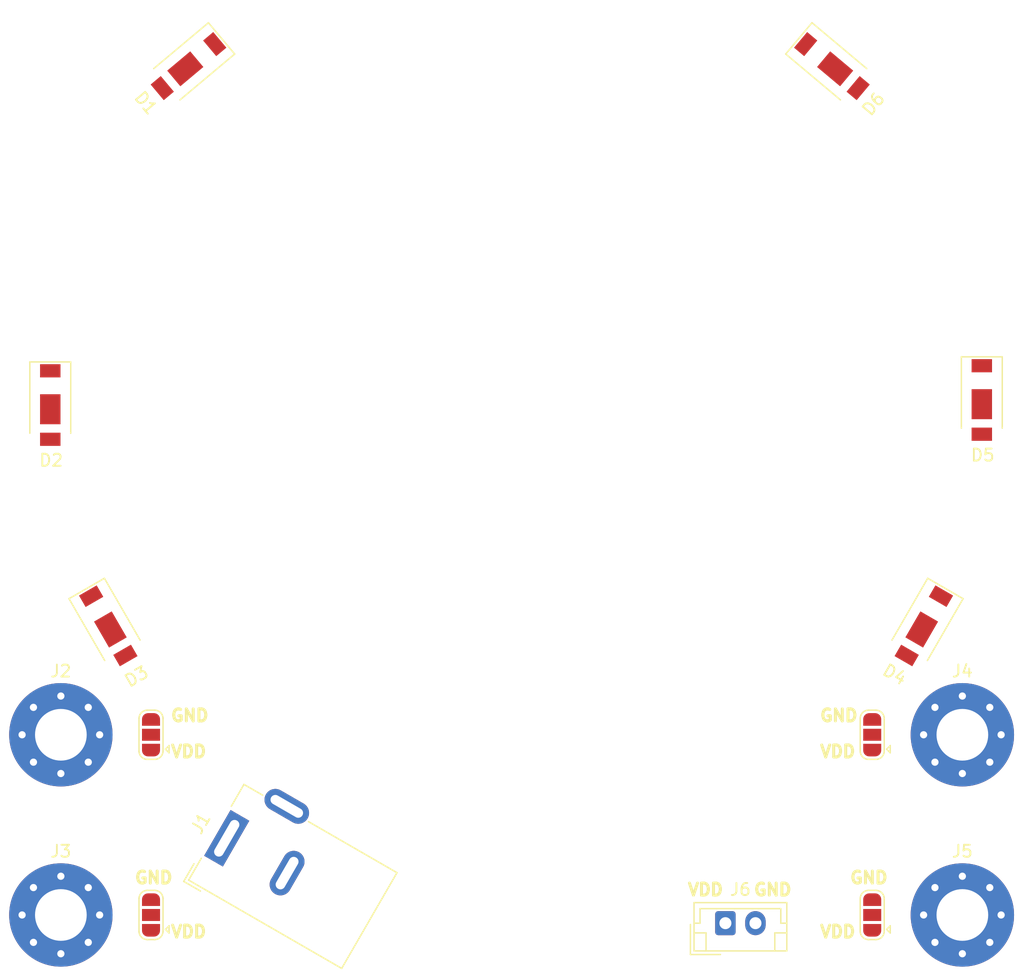
<source format=kicad_pcb>
(kicad_pcb (version 20221018) (generator pcbnew)
  (layers (0 "F.Cu" signal) (31 "B.Cu" signal) (34 "B.Paste" user) (35 "F.Paste" user) (36 "B.SilkS" user "B.Silkscreen") (37 "F.SilkS" user "F.Silkscreen") (38 "B.Mask" user) (39 "F.Mask" user) (44 "Edge.Cuts" user))
  (net 0 "")
  (net 1 "GND")
  (net 2 "VDD")
  (net 3 "Net-(J2-Pin_1)")
  (net 4 "Net-(J3-Pin_1)")
  (net 5 "Net-(J4-Pin_1)")
  (net 6 "Net-(J5-Pin_1)")
  (footprint "MountingHole:MountingHole_4.3mm_M4_Pad_Via" (layer "F.Cu") (at 107.464024 97.518461)
    (fp_text reference "J5" (at 0 -5.3) (layer "F.SilkS"))
    (fp_text value "MountingHole" hide)
    (pad "1" thru_hole circle (at -3.225 0) (size 0.9 0.9) (drill 0.6) (layers "*.Cu" "*.Mask") (net 6 "Net-(J5-Pin_1)"))
    (pad "1" thru_hole circle (at -2.280419 -2.280419) (size 0.9 0.9) (drill 0.6) (layers "*.Cu" "*.Mask") (net 6 "Net-(J5-Pin_1)"))
    (pad "1" thru_hole circle (at -2.280419 2.280419) (size 0.9 0.9) (drill 0.6) (layers "*.Cu" "*.Mask") (net 6 "Net-(J5-Pin_1)"))
    (pad "1" thru_hole circle (at 0 -3.225) (size 0.9 0.9) (drill 0.6) (layers "*.Cu" "*.Mask") (net 6 "Net-(J5-Pin_1)"))
    (pad "1" thru_hole circle (at 0 0) (size 8.6 8.6) (drill 4.3) (layers "*.Cu" "*.Mask") (net 6 "Net-(J5-Pin_1)"))
    (pad "1" thru_hole circle (at 0 3.225) (size 0.9 0.9) (drill 0.6) (layers "*.Cu" "*.Mask") (net 6 "Net-(J5-Pin_1)"))
    (pad "1" thru_hole circle (at 2.280419 -2.280419) (size 0.9 0.9) (drill 0.6) (layers "*.Cu" "*.Mask") (net 6 "Net-(J5-Pin_1)"))
    (pad "1" thru_hole circle (at 2.280419 2.280419) (size 0.9 0.9) (drill 0.6) (layers "*.Cu" "*.Mask") (net 6 "Net-(J5-Pin_1)"))
    (pad "1" thru_hole circle (at 3.225 0) (size 0.9 0.9) (drill 0.6) (layers "*.Cu" "*.Mask") (net 6 "Net-(J5-Pin_1)"))
  )
  (footprint "Jumper:SolderJumper-3_P1.3mm_Open_RoundedPad1.0x1.5mm" (layer "F.Cu") (at 39.964024 82.518461 90)
    (fp_text reference "JP1" hide)
    (fp_text value "M4 Mounting Hole Selector" hide)
    (fp_line (start -2.05 0.3) (end -2.05 -0.3) (stroke (width 0.12)) (layer "F.SilkS"))
    (fp_line (start -1.5 1.5) (end -0.9 1.5) (stroke (width 0.12)) (layer "F.SilkS"))
    (fp_line (start -1.4 -1) (end 1.4 -1) (stroke (width 0.12)) (layer "F.SilkS"))
    (fp_line (start -1.2 1.2) (end -1.5 1.5) (stroke (width 0.12)) (layer "F.SilkS"))
    (fp_line (start -1.2 1.2) (end -0.9 1.5) (stroke (width 0.12)) (layer "F.SilkS"))
    (fp_line (start 1.4 1) (end -1.4 1) (stroke (width 0.12)) (layer "F.SilkS"))
    (fp_line (start 2.05 -0.3) (end 2.05 0.3) (stroke (width 0.12)) (layer "F.SilkS"))
    (fp_arc (start -2.05 -0.3) (mid -1.844975 -0.794975) (end -1.35 -1) (stroke (width 0.12)) (layer "F.SilkS"))
    (fp_arc (start -1.35 1) (mid -1.844975 0.794975) (end -2.05 0.3) (stroke (width 0.12)) (layer "F.SilkS"))
    (fp_arc (start 1.35 -1) (mid 1.844975 -0.794975) (end 2.05 -0.3) (stroke (width 0.12)) (layer "F.SilkS"))
    (fp_arc (start 2.05 0.3) (mid 1.844975 0.794975) (end 1.35 1) (stroke (width 0.12)) (layer "F.SilkS"))
    (pad "1" smd custom (at -1.3 0 90) (size 1 0.5) (layers "F.Cu" "F.Mask") (net 2 "VDD") (options (clearance outline) (anchor rect)) (primitives (gr_circle (center 0 0.25) (end 0.5 0.25) (width 0) (fill yes)) (gr_circle (center 0 -0.25) (end 0.5 -0.25) (width 0) (fill yes)) (gr_poly (pts (xy 0.55 0.75) (xy 0 0.75) (xy 0 -0.75) (xy 0.55 -0.75)) (width 0) (fill yes))))
    (pad "2" smd rect (at 0 0 90) (size 1 1.5) (layers "F.Cu" "F.Mask") (net 3 "Net-(J2-Pin_1)"))
    (pad "3" smd custom (at 1.3 0 90) (size 1 0.5) (layers "F.Cu" "F.Mask") (net 1 "GND") (options (clearance outline) (anchor rect)) (primitives (gr_circle (center 0 0.25) (end 0.5 0.25) (width 0) (fill yes)) (gr_circle (center 0 -0.25) (end 0.5 -0.25) (width 0) (fill yes)) (gr_poly (pts (xy 0 0.75) (xy -0.55 0.75) (xy -0.55 -0.75) (xy 0 -0.75)) (width 0) (fill yes))))
  )
  (footprint "MountingHole:MountingHole_4.3mm_M4_Pad_Via" (layer "F.Cu") (at 32.464024 82.518461)
    (fp_text reference "J2" (at 0 -5.3) (layer "F.SilkS"))
    (fp_text value "MountingHole" hide)
    (pad "1" thru_hole circle (at -3.225 0) (size 0.9 0.9) (drill 0.6) (layers "*.Cu" "*.Mask") (net 3 "Net-(J2-Pin_1)"))
    (pad "1" thru_hole circle (at -2.280419 -2.280419) (size 0.9 0.9) (drill 0.6) (layers "*.Cu" "*.Mask") (net 3 "Net-(J2-Pin_1)"))
    (pad "1" thru_hole circle (at -2.280419 2.280419) (size 0.9 0.9) (drill 0.6) (layers "*.Cu" "*.Mask") (net 3 "Net-(J2-Pin_1)"))
    (pad "1" thru_hole circle (at 0 -3.225) (size 0.9 0.9) (drill 0.6) (layers "*.Cu" "*.Mask") (net 3 "Net-(J2-Pin_1)"))
    (pad "1" thru_hole circle (at 0 0) (size 8.6 8.6) (drill 4.3) (layers "*.Cu" "*.Mask") (net 3 "Net-(J2-Pin_1)"))
    (pad "1" thru_hole circle (at 0 3.225) (size 0.9 0.9) (drill 0.6) (layers "*.Cu" "*.Mask") (net 3 "Net-(J2-Pin_1)"))
    (pad "1" thru_hole circle (at 2.280419 -2.280419) (size 0.9 0.9) (drill 0.6) (layers "*.Cu" "*.Mask") (net 3 "Net-(J2-Pin_1)"))
    (pad "1" thru_hole circle (at 2.280419 2.280419) (size 0.9 0.9) (drill 0.6) (layers "*.Cu" "*.Mask") (net 3 "Net-(J2-Pin_1)"))
    (pad "1" thru_hole circle (at 3.225 0) (size 0.9 0.9) (drill 0.6) (layers "*.Cu" "*.Mask") (net 3 "Net-(J2-Pin_1)"))
  )
  (footprint "LED_SMD:LED_Yuji_5730" (layer "F.Cu") (at 109.082624 54.65 -90)
    (fp_text reference "D5" (at 4.5918 -0.0762 -180) (layer "F.SilkS"))
    (fp_text value "LED")
    (fp_line (start -3.59 -1.7) (end 2.35 -1.7) (stroke (width 0.12)) (layer "F.SilkS"))
    (fp_line (start -3.59 1.7) (end -3.59 -1.7) (stroke (width 0.12)) (layer "F.SilkS"))
    (fp_line (start 2.35 1.7) (end -3.59 1.7) (stroke (width 0.12)) (layer "F.SilkS"))
    (pad "1" smd rect (at -2.85 0 270) (size 1.1 1.7) (layers "F.Cu" "F.Paste" "F.Mask") (net 1 "GND"))
    (pad "2" smd rect (at 0.35 0 270) (size 2.5 1.7) (layers "F.Cu" "F.Paste" "F.Mask") (net 2 "VDD"))
    (pad "2" smd rect (at 2.85 0 270) (size 1.1 1.7) (layers "F.Cu" "F.Paste" "F.Mask") (net 2 "VDD"))
  )
  (footprint "Jumper:SolderJumper-3_P1.3mm_Open_RoundedPad1.0x1.5mm" (layer "F.Cu") (at 99.964024 97.518461 90)
    (fp_text reference "JP4" hide)
    (fp_text value "M4 Mounting Hole Selector" hide)
    (fp_line (start -2.05 0.3) (end -2.05 -0.3) (stroke (width 0.12)) (layer "F.SilkS"))
    (fp_line (start -1.5 1.5) (end -0.9 1.5) (stroke (width 0.12)) (layer "F.SilkS"))
    (fp_line (start -1.4 -1) (end 1.4 -1) (stroke (width 0.12)) (layer "F.SilkS"))
    (fp_line (start -1.2 1.2) (end -1.5 1.5) (stroke (width 0.12)) (layer "F.SilkS"))
    (fp_line (start -1.2 1.2) (end -0.9 1.5) (stroke (width 0.12)) (layer "F.SilkS"))
    (fp_line (start 1.4 1) (end -1.4 1) (stroke (width 0.12)) (layer "F.SilkS"))
    (fp_line (start 2.05 -0.3) (end 2.05 0.3) (stroke (width 0.12)) (layer "F.SilkS"))
    (fp_arc (start -2.05 -0.3) (mid -1.844975 -0.794975) (end -1.35 -1) (stroke (width 0.12)) (layer "F.SilkS"))
    (fp_arc (start -1.35 1) (mid -1.844975 0.794975) (end -2.05 0.3) (stroke (width 0.12)) (layer "F.SilkS"))
    (fp_arc (start 1.35 -1) (mid 1.844975 -0.794975) (end 2.05 -0.3) (stroke (width 0.12)) (layer "F.SilkS"))
    (fp_arc (start 2.05 0.3) (mid 1.844975 0.794975) (end 1.35 1) (stroke (width 0.12)) (layer "F.SilkS"))
    (pad "1" smd custom (at -1.3 0 90) (size 1 0.5) (layers "F.Cu" "F.Mask") (net 2 "VDD") (options (clearance outline) (anchor rect)) (primitives (gr_circle (center 0 0.25) (end 0.5 0.25) (width 0) (fill yes)) (gr_circle (center 0 -0.25) (end 0.5 -0.25) (width 0) (fill yes)) (gr_poly (pts (xy 0.55 0.75) (xy 0 0.75) (xy 0 -0.75) (xy 0.55 -0.75)) (width 0) (fill yes))))
    (pad "2" smd rect (at 0 0 90) (size 1 1.5) (layers "F.Cu" "F.Mask") (net 6 "Net-(J5-Pin_1)"))
    (pad "3" smd custom (at 1.3 0 90) (size 1 0.5) (layers "F.Cu" "F.Mask") (net 1 "GND") (options (clearance outline) (anchor rect)) (primitives (gr_circle (center 0 0.25) (end 0.5 0.25) (width 0) (fill yes)) (gr_circle (center 0 -0.25) (end 0.5 -0.25) (width 0) (fill yes)) (gr_poly (pts (xy 0 0.75) (xy -0.55 0.75) (xy -0.55 -0.75) (xy 0 -0.75)) (width 0) (fill yes))))
  )
  (footprint "Jumper:SolderJumper-3_P1.3mm_Open_RoundedPad1.0x1.5mm" (layer "F.Cu") (at 39.964024 97.518461 90)
    (fp_text reference "JP2" hide)
    (fp_text value "M4 Mounting Hole Selector" hide)
    (fp_line (start -2.05 0.3) (end -2.05 -0.3) (stroke (width 0.12)) (layer "F.SilkS"))
    (fp_line (start -1.5 1.5) (end -0.9 1.5) (stroke (width 0.12)) (layer "F.SilkS"))
    (fp_line (start -1.4 -1) (end 1.4 -1) (stroke (width 0.12)) (layer "F.SilkS"))
    (fp_line (start -1.2 1.2) (end -1.5 1.5) (stroke (width 0.12)) (layer "F.SilkS"))
    (fp_line (start -1.2 1.2) (end -0.9 1.5) (stroke (width 0.12)) (layer "F.SilkS"))
    (fp_line (start 1.4 1) (end -1.4 1) (stroke (width 0.12)) (layer "F.SilkS"))
    (fp_line (start 2.05 -0.3) (end 2.05 0.3) (stroke (width 0.12)) (layer "F.SilkS"))
    (fp_arc (start -2.05 -0.3) (mid -1.844975 -0.794975) (end -1.35 -1) (stroke (width 0.12)) (layer "F.SilkS"))
    (fp_arc (start -1.35 1) (mid -1.844975 0.794975) (end -2.05 0.3) (stroke (width 0.12)) (layer "F.SilkS"))
    (fp_arc (start 1.35 -1) (mid 1.844975 -0.794975) (end 2.05 -0.3) (stroke (width 0.12)) (layer "F.SilkS"))
    (fp_arc (start 2.05 0.3) (mid 1.844975 0.794975) (end 1.35 1) (stroke (width 0.12)) (layer "F.SilkS"))
    (pad "1" smd custom (at -1.3 0 90) (size 1 0.5) (layers "F.Cu" "F.Mask") (net 2 "VDD") (options (clearance outline) (anchor rect)) (primitives (gr_circle (center 0 0.25) (end 0.5 0.25) (width 0) (fill yes)) (gr_circle (center 0 -0.25) (end 0.5 -0.25) (width 0) (fill yes)) (gr_poly (pts (xy 0.55 0.75) (xy 0 0.75) (xy 0 -0.75) (xy 0.55 -0.75)) (width 0) (fill yes))))
    (pad "2" smd rect (at 0 0 90) (size 1 1.5) (layers "F.Cu" "F.Mask") (net 4 "Net-(J3-Pin_1)"))
    (pad "3" smd custom (at 1.3 0 90) (size 1 0.5) (layers "F.Cu" "F.Mask") (net 1 "GND") (options (clearance outline) (anchor rect)) (primitives (gr_circle (center 0 0.25) (end 0.5 0.25) (width 0) (fill yes)) (gr_circle (center 0 -0.25) (end 0.5 -0.25) (width 0) (fill yes)) (gr_poly (pts (xy 0 0.75) (xy -0.55 0.75) (xy -0.55 -0.75) (xy 0 -0.75)) (width 0) (fill yes))))
  )
  (footprint "Jumper:SolderJumper-3_P1.3mm_Open_RoundedPad1.0x1.5mm" (layer "F.Cu") (at 99.964024 82.518461 90)
    (fp_text reference "JP3" hide)
    (fp_text value "M4 Mounting Hole Selector" hide)
    (fp_line (start -2.05 0.3) (end -2.05 -0.3) (stroke (width 0.12)) (layer "F.SilkS"))
    (fp_line (start -1.5 1.5) (end -0.9 1.5) (stroke (width 0.12)) (layer "F.SilkS"))
    (fp_line (start -1.4 -1) (end 1.4 -1) (stroke (width 0.12)) (layer "F.SilkS"))
    (fp_line (start -1.2 1.2) (end -1.5 1.5) (stroke (width 0.12)) (layer "F.SilkS"))
    (fp_line (start -1.2 1.2) (end -0.9 1.5) (stroke (width 0.12)) (layer "F.SilkS"))
    (fp_line (start 1.4 1) (end -1.4 1) (stroke (width 0.12)) (layer "F.SilkS"))
    (fp_line (start 2.05 -0.3) (end 2.05 0.3) (stroke (width 0.12)) (layer "F.SilkS"))
    (fp_arc (start -2.05 -0.3) (mid -1.844975 -0.794975) (end -1.35 -1) (stroke (width 0.12)) (layer "F.SilkS"))
    (fp_arc (start -1.35 1) (mid -1.844975 0.794975) (end -2.05 0.3) (stroke (width 0.12)) (layer "F.SilkS"))
    (fp_arc (start 1.35 -1) (mid 1.844975 -0.794975) (end 2.05 -0.3) (stroke (width 0.12)) (layer "F.SilkS"))
    (fp_arc (start 2.05 0.3) (mid 1.844975 0.794975) (end 1.35 1) (stroke (width 0.12)) (layer "F.SilkS"))
    (pad "1" smd custom (at -1.3 0 90) (size 1 0.5) (layers "F.Cu" "F.Mask") (net 2 "VDD") (options (clearance outline) (anchor rect)) (primitives (gr_circle (center 0 0.25) (end 0.5 0.25) (width 0) (fill yes)) (gr_circle (center 0 -0.25) (end 0.5 -0.25) (width 0) (fill yes)) (gr_poly (pts (xy 0.55 0.75) (xy 0 0.75) (xy 0 -0.75) (xy 0.55 -0.75)) (width 0) (fill yes))))
    (pad "2" smd rect (at 0 0 90) (size 1 1.5) (layers "F.Cu" "F.Mask") (net 5 "Net-(J4-Pin_1)"))
    (pad "3" smd custom (at 1.3 0 90) (size 1 0.5) (layers "F.Cu" "F.Mask") (net 1 "GND") (options (clearance outline) (anchor rect)) (primitives (gr_circle (center 0 0.25) (end 0.5 0.25) (width 0) (fill yes)) (gr_circle (center 0 -0.25) (end 0.5 -0.25) (width 0) (fill yes)) (gr_poly (pts (xy 0 0.75) (xy -0.55 0.75) (xy -0.55 -0.75) (xy 0 -0.75)) (width 0) (fill yes))))
  )
  (footprint "MountingHole:MountingHole_4.3mm_M4_Pad_Via" (layer "F.Cu") (at 32.464024 97.518461)
    (fp_text reference "J3" (at 0 -5.3) (layer "F.SilkS"))
    (fp_text value "MountingHole" hide)
    (pad "1" thru_hole circle (at -3.225 0) (size 0.9 0.9) (drill 0.6) (layers "*.Cu" "*.Mask") (net 4 "Net-(J3-Pin_1)"))
    (pad "1" thru_hole circle (at -2.280419 -2.280419) (size 0.9 0.9) (drill 0.6) (layers "*.Cu" "*.Mask") (net 4 "Net-(J3-Pin_1)"))
    (pad "1" thru_hole circle (at -2.280419 2.280419) (size 0.9 0.9) (drill 0.6) (layers "*.Cu" "*.Mask") (net 4 "Net-(J3-Pin_1)"))
    (pad "1" thru_hole circle (at 0 -3.225) (size 0.9 0.9) (drill 0.6) (layers "*.Cu" "*.Mask") (net 4 "Net-(J3-Pin_1)"))
    (pad "1" thru_hole circle (at 0 0) (size 8.6 8.6) (drill 4.3) (layers "*.Cu" "*.Mask") (net 4 "Net-(J3-Pin_1)"))
    (pad "1" thru_hole circle (at 0 3.225) (size 0.9 0.9) (drill 0.6) (layers "*.Cu" "*.Mask") (net 4 "Net-(J3-Pin_1)"))
    (pad "1" thru_hole circle (at 2.280419 -2.280419) (size 0.9 0.9) (drill 0.6) (layers "*.Cu" "*.Mask") (net 4 "Net-(J3-Pin_1)"))
    (pad "1" thru_hole circle (at 2.280419 2.280419) (size 0.9 0.9) (drill 0.6) (layers "*.Cu" "*.Mask") (net 4 "Net-(J3-Pin_1)"))
    (pad "1" thru_hole circle (at 3.225 0) (size 0.9 0.9) (drill 0.6) (layers "*.Cu" "*.Mask") (net 4 "Net-(J3-Pin_1)"))
  )
  (footprint "Connector_JST:JST_EH_B2B-EH-A_1x02_P2.50mm_Vertical" (layer "F.Cu") (at 87.75 98.2)
    (fp_text reference "J6" (at 1.25 -2.8) (layer "F.SilkS"))
    (fp_text value "Power Connector")
    (fp_line (start -2.91 0.11) (end -2.91 2.61) (stroke (width 0.12)) (layer "F.SilkS"))
    (fp_line (start -2.91 2.61) (end -0.41 2.61) (stroke (width 0.12)) (layer "F.SilkS"))
    (fp_line (start -2.61 -1.71) (end -2.61 2.31) (stroke (width 0.12)) (layer "F.SilkS"))
    (fp_line (start -2.61 0) (end -2.11 0) (stroke (width 0.12)) (layer "F.SilkS"))
    (fp_line (start -2.61 0.81) (end -1.61 0.81) (stroke (width 0.12)) (layer "F.SilkS"))
    (fp_line (start -2.61 2.31) (end 5.11 2.31) (stroke (width 0.12)) (layer "F.SilkS"))
    (fp_line (start -2.11 -1.21) (end 4.61 -1.21) (stroke (width 0.12)) (layer "F.SilkS"))
    (fp_line (start -2.11 0) (end -2.11 -1.21) (stroke (width 0.12)) (layer "F.SilkS"))
    (fp_line (start -1.61 0.81) (end -1.61 2.31) (stroke (width 0.12)) (layer "F.SilkS"))
    (fp_line (start 4.11 0.81) (end 4.11 2.31) (stroke (width 0.12)) (layer "F.SilkS"))
    (fp_line (start 4.61 -1.21) (end 4.61 0) (stroke (width 0.12)) (layer "F.SilkS"))
    (fp_line (start 4.61 0) (end 5.11 0) (stroke (width 0.12)) (layer "F.SilkS"))
    (fp_line (start 5.11 -1.71) (end -2.61 -1.71) (stroke (width 0.12)) (layer "F.SilkS"))
    (fp_line (start 5.11 0.81) (end 4.11 0.81) (stroke (width 0.12)) (layer "F.SilkS"))
    (fp_line (start 5.11 2.31) (end 5.11 -1.71) (stroke (width 0.12)) (layer "F.SilkS"))
    (pad "1" thru_hole roundrect (at 0 0) (size 1.7 2) (drill 1) (layers "*.Cu" "*.Mask") (roundrect_rratio 0.147059) (net 2 "VDD"))
    (pad "2" thru_hole oval (at 2.5 0) (size 1.7 2) (drill 1) (layers "*.Cu" "*.Mask") (net 1 "GND"))
  )
  (footprint "Connector_BarrelJack:BarrelJack_Wuerth_6941xx301002" (layer "F.Cu") (at 46.261858 91.13308 60)
    (fp_text reference "J1" (at 0 -2.5 60) (layer "F.SilkS"))
    (fp_text value "Barrel_Jack_MountingPin" hide)
    (fp_line (start -4.9 -1.3) (end -4.9 0.3) (stroke (width 0.12)) (layer "F.SilkS"))
    (fp_line (start -4.6 -1) (end -2.5 -1) (stroke (width 0.12)) (layer "F.SilkS"))
    (fp_line (start -4.6 13.7) (end -4.6 -1) (stroke (width 0.12)) (layer "F.SilkS"))
    (fp_line (start -3.2 -1.3) (end -4.9 -1.3) (stroke (width 0.12)) (layer "F.SilkS"))
    (fp_line (start 2.5 -1) (end 4.6 -1) (stroke (width 0.12)) (layer "F.SilkS"))
    (fp_line (start 4.6 -1) (end 4.6 0.8) (stroke (width 0.12)) (layer "F.SilkS"))
    (fp_line (start 4.6 5.2) (end 4.6 13.7) (stroke (width 0.12)) (layer "F.SilkS"))
    (fp_line (start 4.6 13.7) (end -4.6 13.7) (stroke (width 0.12)) (layer "F.SilkS"))
    (pad "1" thru_hole rect (at 0 0 60) (size 4.4 1.8) (drill oval 3.4 0.8) (layers "*.Cu" "*.Mask") (net 2 "VDD"))
    (pad "2" thru_hole oval (at 0 5.8 60) (size 4 1.8) (drill oval 3 0.8) (layers "*.Cu" "*.Mask") (net 1 "GND"))
    (pad "3" thru_hole oval (at 4.8 3 150) (size 4 1.8) (drill oval 3 0.8) (layers "*.Cu" "*.Mask"))
  )
  (footprint "LED_SMD:LED_Yuji_5730" (layer "F.Cu") (at 36.407624 73.450552 -60)
    (fp_text reference "D3" (at 4.831557 0.072697 30) (layer "F.SilkS"))
    (fp_text value "LED")
    (fp_line (start -3.59 -1.7) (end 2.35 -1.7) (stroke (width 0.12)) (layer "F.SilkS"))
    (fp_line (start -3.59 1.7) (end -3.59 -1.7) (stroke (width 0.12)) (layer "F.SilkS"))
    (fp_line (start 2.35 1.7) (end -3.59 1.7) (stroke (width 0.12)) (layer "F.SilkS"))
    (pad "1" smd rect (at -2.85 0 300) (size 1.1 1.7) (layers "F.Cu" "F.Paste" "F.Mask") (net 1 "GND"))
    (pad "2" smd rect (at 0.35 0 300) (size 2.5 1.7) (layers "F.Cu" "F.Paste" "F.Mask") (net 2 "VDD"))
    (pad "2" smd rect (at 2.85 0 300) (size 1.1 1.7) (layers "F.Cu" "F.Paste" "F.Mask") (net 2 "VDD"))
  )
  (footprint "LED_SMD:LED_Yuji_5730" (layer "F.Cu") (at 104.257624 73.450552 -120)
    (fp_text reference "D4" (at 4.720987 0.075173 -210) (layer "F.SilkS"))
    (fp_text value "LED")
    (fp_line (start -3.59 -1.7) (end 2.35 -1.7) (stroke (width 0.12)) (layer "F.SilkS"))
    (fp_line (start -3.59 1.7) (end -3.59 -1.7) (stroke (width 0.12)) (layer "F.SilkS"))
    (fp_line (start 2.35 1.7) (end -3.59 1.7) (stroke (width 0.12)) (layer "F.SilkS"))
    (pad "1" smd rect (at -2.85 0 240) (size 1.1 1.7) (layers "F.Cu" "F.Paste" "F.Mask") (net 1 "GND"))
    (pad "2" smd rect (at 0.35 0 240) (size 2.5 1.7) (layers "F.Cu" "F.Paste" "F.Mask") (net 2 "VDD"))
    (pad "2" smd rect (at 2.85 0 240) (size 1.1 1.7) (layers "F.Cu" "F.Paste" "F.Mask") (net 2 "VDD"))
  )
  (footprint "LED_SMD:LED_Yuji_5730" (layer "F.Cu") (at 31.582624 55.0728 -90)
    (fp_text reference "D2" (at 4.5974 -0.0762 -180) (layer "F.SilkS"))
    (fp_text value "LED")
    (fp_line (start -3.59 -1.7) (end 2.35 -1.7) (stroke (width 0.12)) (layer "F.SilkS"))
    (fp_line (start -3.59 1.7) (end -3.59 -1.7) (stroke (width 0.12)) (layer "F.SilkS"))
    (fp_line (start 2.35 1.7) (end -3.59 1.7) (stroke (width 0.12)) (layer "F.SilkS"))
    (pad "1" smd rect (at -2.85 0 270) (size 1.1 1.7) (layers "F.Cu" "F.Paste" "F.Mask") (net 1 "GND"))
    (pad "2" smd rect (at 0.35 0 270) (size 2.5 1.7) (layers "F.Cu" "F.Paste" "F.Mask") (net 2 "VDD"))
    (pad "2" smd rect (at 2.85 0 270) (size 1.1 1.7) (layers "F.Cu" "F.Paste" "F.Mask") (net 2 "VDD"))
  )
  (footprint "LED_SMD:LED_Yuji_5730" (layer "F.Cu") (at 96.611224 26.860261 -40)
    (fp_text reference "D6" (at 4.670748 0.192288 50) (layer "F.SilkS"))
    (fp_text value "LED")
    (fp_line (start -3.59 -1.7) (end 2.35 -1.7) (stroke (width 0.12)) (layer "F.SilkS"))
    (fp_line (start -3.59 1.7) (end -3.59 -1.7) (stroke (width 0.12)) (layer "F.SilkS"))
    (fp_line (start 2.35 1.7) (end -3.59 1.7) (stroke (width 0.12)) (layer "F.SilkS"))
    (pad "1" smd rect (at -2.85 0 320) (size 1.1 1.7) (layers "F.Cu" "F.Paste" "F.Mask") (net 1 "GND"))
    (pad "2" smd rect (at 0.35 0 320) (size 2.5 1.7) (layers "F.Cu" "F.Paste" "F.Mask") (net 2 "VDD"))
    (pad "2" smd rect (at 2.85 0 320) (size 1.1 1.7) (layers "F.Cu" "F.Paste" "F.Mask") (net 2 "VDD"))
  )
  (footprint "LED_SMD:LED_Yuji_5730" (layer "F.Cu") (at 43.08214 26.860261 -140)
    (fp_text reference "D1" (at 4.686175 -0.068488 -230) (layer "F.SilkS"))
    (fp_text value "LED")
    (fp_line (start -3.59 -1.7) (end 2.35 -1.7) (stroke (width 0.12)) (layer "F.SilkS"))
    (fp_line (start -3.59 1.7) (end -3.59 -1.7) (stroke (width 0.12)) (layer "F.SilkS"))
    (fp_line (start 2.35 1.7) (end -3.59 1.7) (stroke (width 0.12)) (layer "F.SilkS"))
    (pad "1" smd rect (at -2.85 0 220) (size 1.1 1.7) (layers "F.Cu" "F.Paste" "F.Mask") (net 1 "GND"))
    (pad "2" smd rect (at 0.35 0 220) (size 2.5 1.7) (layers "F.Cu" "F.Paste" "F.Mask") (net 2 "VDD"))
    (pad "2" smd rect (at 2.85 0 220) (size 1.1 1.7) (layers "F.Cu" "F.Paste" "F.Mask") (net 2 "VDD"))
  )
  (footprint "MountingHole:MountingHole_4.3mm_M4_Pad_Via" (layer "F.Cu") (at 107.464024 82.518461)
    (fp_text reference "J4" (at 0 -5.3) (layer "F.SilkS"))
    (fp_text value "MountingHole" hide)
    (pad "1" thru_hole circle (at -3.225 0) (size 0.9 0.9) (drill 0.6) (layers "*.Cu" "*.Mask") (net 5 "Net-(J4-Pin_1)"))
    (pad "1" thru_hole circle (at -2.280419 -2.280419) (size 0.9 0.9) (drill 0.6) (layers "*.Cu" "*.Mask") (net 5 "Net-(J4-Pin_1)"))
    (pad "1" thru_hole circle (at -2.280419 2.280419) (size 0.9 0.9) (drill 0.6) (layers "*.Cu" "*.Mask") (net 5 "Net-(J4-Pin_1)"))
    (pad "1" thru_hole circle (at 0 -3.225) (size 0.9 0.9) (drill 0.6) (layers "*.Cu" "*.Mask") (net 5 "Net-(J4-Pin_1)"))
    (pad "1" thru_hole circle (at 0 0) (size 8.6 8.6) (drill 4.3) (layers "*.Cu" "*.Mask") (net 5 "Net-(J4-Pin_1)"))
    (pad "1" thru_hole circle (at 0 3.225) (size 0.9 0.9) (drill 0.6) (layers "*.Cu" "*.Mask") (net 5 "Net-(J4-Pin_1)"))
    (pad "1" thru_hole circle (at 2.280419 -2.280419) (size 0.9 0.9) (drill 0.6) (layers "*.Cu" "*.Mask") (net 5 "Net-(J4-Pin_1)"))
    (pad "1" thru_hole circle (at 2.280419 2.280419) (size 0.9 0.9) (drill 0.6) (layers "*.Cu" "*.Mask") (net 5 "Net-(J4-Pin_1)"))
    (pad "1" thru_hole circle (at 3.225 0) (size 0.9 0.9) (drill 0.6) (layers "*.Cu" "*.Mask") (net 5 "Net-(J4-Pin_1)"))
  )
  (gr_text "GND" (at 41.5 81.5) (layer "F.SilkS") (effects (font (size 1 1) (thickness 0.25) bold) (justify left bottom)))
  (gr_text "VDD\n" (at 95.5 99.5) (layer "F.SilkS") (effects (font (size 1 1) (thickness 0.25) bold) (justify left bottom)))
  (gr_text "GND" (at 98 95) (layer "F.SilkS") (effects (font (size 1 1) (thickness 0.25) bold) (justify left bottom)))
  (gr_text "GND" (at 90 96) (layer "F.SilkS") (effects (font (size 1 1) (thickness 0.25) bold) (justify left bottom)))
  (gr_text "VDD\n" (at 41.5 99.5) (layer "F.SilkS") (effects (font (size 1 1) (thickness 0.25) bold) (justify left bottom)))
  (gr_text "VDD\n" (at 95.5 84.5) (layer "F.SilkS") (effects (font (size 1 1) (thickness 0.25) bold) (justify left bottom)))
  (gr_text "GND" (at 95.5 81.5) (layer "F.SilkS") (effects (font (size 1 1) (thickness 0.25) bold) (justify left bottom)))
  (gr_text "GND" (at 38.5 95) (layer "F.SilkS") (effects (font (size 1 1) (thickness 0.25) bold) (justify left bottom)))
  (gr_text "VDD\n" (at 41.5 84.5) (layer "F.SilkS") (effects (font (size 1 1) (thickness 0.25) bold) (justify left bottom)))
  (gr_text "VDD\n" (at 84.5 96) (layer "F.SilkS") (effects (font (size 1 1) (thickness 0.25) bold) (justify left bottom)))
)
</source>
